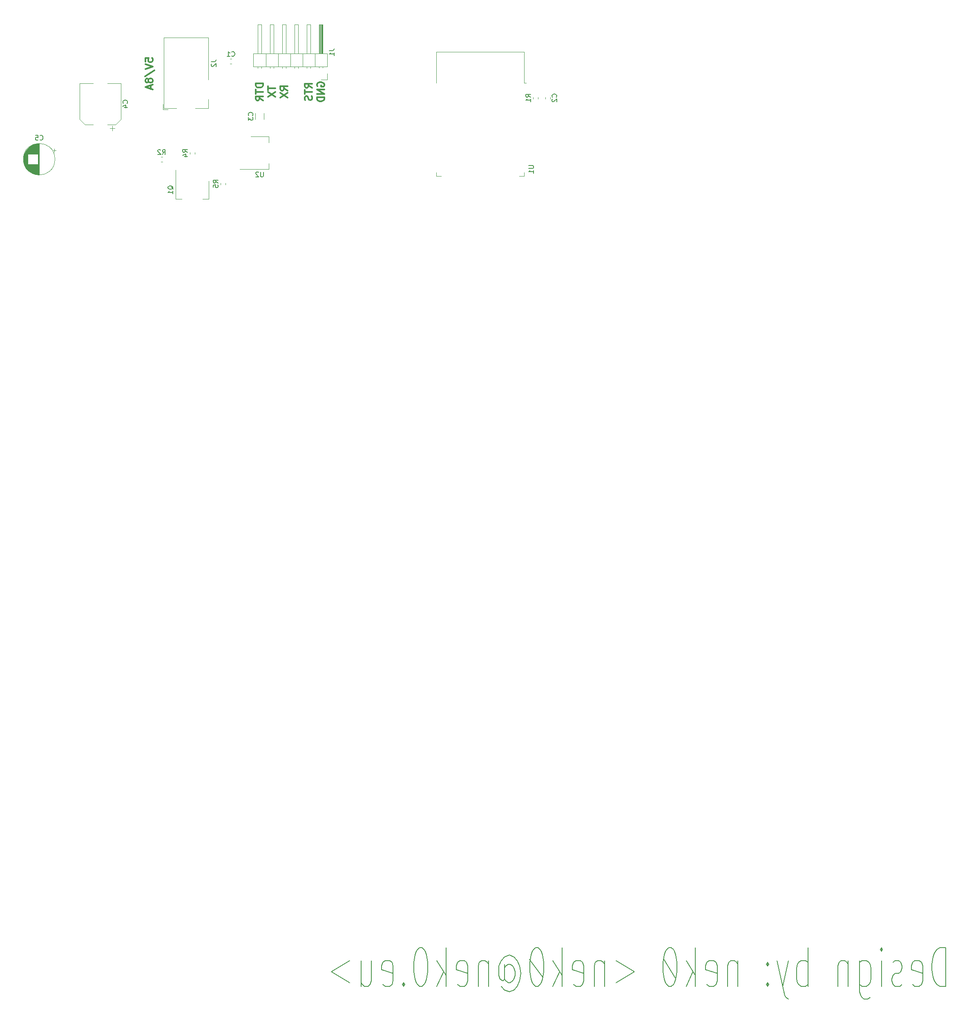
<source format=gbr>
G04 #@! TF.GenerationSoftware,KiCad,Pcbnew,5.1.6-1*
G04 #@! TF.CreationDate,2020-06-10T06:00:46+02:00*
G04 #@! TF.ProjectId,pentasquare,70656e74-6173-4717-9561-72652e6b6963,rev?*
G04 #@! TF.SameCoordinates,Original*
G04 #@! TF.FileFunction,Legend,Bot*
G04 #@! TF.FilePolarity,Positive*
%FSLAX46Y46*%
G04 Gerber Fmt 4.6, Leading zero omitted, Abs format (unit mm)*
G04 Created by KiCad (PCBNEW 5.1.6-1) date 2020-06-10 06:00:46*
%MOMM*%
%LPD*%
G01*
G04 APERTURE LIST*
%ADD10C,0.150000*%
%ADD11C,0.300000*%
%ADD12C,0.120000*%
G04 APERTURE END LIST*
D10*
X127280000Y-206370000D02*
X124530000Y-202670000D01*
X154830000Y-206640000D02*
X152290000Y-202510000D01*
X210780476Y-208229047D02*
X210780476Y-200229047D01*
X209590000Y-200229047D01*
X208875714Y-200610000D01*
X208399523Y-201371904D01*
X208161428Y-202133809D01*
X207923333Y-203657619D01*
X207923333Y-204800476D01*
X208161428Y-206324285D01*
X208399523Y-207086190D01*
X208875714Y-207848095D01*
X209590000Y-208229047D01*
X210780476Y-208229047D01*
X203875714Y-207848095D02*
X204351904Y-208229047D01*
X205304285Y-208229047D01*
X205780476Y-207848095D01*
X206018571Y-207086190D01*
X206018571Y-204038571D01*
X205780476Y-203276666D01*
X205304285Y-202895714D01*
X204351904Y-202895714D01*
X203875714Y-203276666D01*
X203637619Y-204038571D01*
X203637619Y-204800476D01*
X206018571Y-205562380D01*
X201732857Y-207848095D02*
X201256666Y-208229047D01*
X200304285Y-208229047D01*
X199828095Y-207848095D01*
X199590000Y-207086190D01*
X199590000Y-206705238D01*
X199828095Y-205943333D01*
X200304285Y-205562380D01*
X201018571Y-205562380D01*
X201494761Y-205181428D01*
X201732857Y-204419523D01*
X201732857Y-204038571D01*
X201494761Y-203276666D01*
X201018571Y-202895714D01*
X200304285Y-202895714D01*
X199828095Y-203276666D01*
X197447142Y-208229047D02*
X197447142Y-202895714D01*
X197447142Y-200229047D02*
X197685238Y-200610000D01*
X197447142Y-200990952D01*
X197209047Y-200610000D01*
X197447142Y-200229047D01*
X197447142Y-200990952D01*
X192923333Y-202895714D02*
X192923333Y-209371904D01*
X193161428Y-210133809D01*
X193399523Y-210514761D01*
X193875714Y-210895714D01*
X194590000Y-210895714D01*
X195066190Y-210514761D01*
X192923333Y-207848095D02*
X193399523Y-208229047D01*
X194351904Y-208229047D01*
X194828095Y-207848095D01*
X195066190Y-207467142D01*
X195304285Y-206705238D01*
X195304285Y-204419523D01*
X195066190Y-203657619D01*
X194828095Y-203276666D01*
X194351904Y-202895714D01*
X193399523Y-202895714D01*
X192923333Y-203276666D01*
X190542380Y-202895714D02*
X190542380Y-208229047D01*
X190542380Y-203657619D02*
X190304285Y-203276666D01*
X189828095Y-202895714D01*
X189113809Y-202895714D01*
X188637619Y-203276666D01*
X188399523Y-204038571D01*
X188399523Y-208229047D01*
X182209047Y-208229047D02*
X182209047Y-200229047D01*
X182209047Y-203276666D02*
X181732857Y-202895714D01*
X180780476Y-202895714D01*
X180304285Y-203276666D01*
X180066190Y-203657619D01*
X179828095Y-204419523D01*
X179828095Y-206705238D01*
X180066190Y-207467142D01*
X180304285Y-207848095D01*
X180780476Y-208229047D01*
X181732857Y-208229047D01*
X182209047Y-207848095D01*
X178161428Y-202895714D02*
X176970952Y-208229047D01*
X175780476Y-202895714D02*
X176970952Y-208229047D01*
X177447142Y-210133809D01*
X177685238Y-210514761D01*
X178161428Y-210895714D01*
X173875714Y-207467142D02*
X173637619Y-207848095D01*
X173875714Y-208229047D01*
X174113809Y-207848095D01*
X173875714Y-207467142D01*
X173875714Y-208229047D01*
X173875714Y-203276666D02*
X173637619Y-203657619D01*
X173875714Y-204038571D01*
X174113809Y-203657619D01*
X173875714Y-203276666D01*
X173875714Y-204038571D01*
X167685238Y-202895714D02*
X167685238Y-208229047D01*
X167685238Y-203657619D02*
X167447142Y-203276666D01*
X166970952Y-202895714D01*
X166256666Y-202895714D01*
X165780476Y-203276666D01*
X165542380Y-204038571D01*
X165542380Y-208229047D01*
X161256666Y-207848095D02*
X161732857Y-208229047D01*
X162685238Y-208229047D01*
X163161428Y-207848095D01*
X163399523Y-207086190D01*
X163399523Y-204038571D01*
X163161428Y-203276666D01*
X162685238Y-202895714D01*
X161732857Y-202895714D01*
X161256666Y-203276666D01*
X161018571Y-204038571D01*
X161018571Y-204800476D01*
X163399523Y-205562380D01*
X158875714Y-208229047D02*
X158875714Y-200229047D01*
X158399523Y-205181428D02*
X156970952Y-208229047D01*
X156970952Y-202895714D02*
X158875714Y-205943333D01*
X153875714Y-200229047D02*
X153399523Y-200229047D01*
X152923333Y-200610000D01*
X152685238Y-200990952D01*
X152447142Y-201752857D01*
X152209047Y-203276666D01*
X152209047Y-205181428D01*
X152447142Y-206705238D01*
X152685238Y-207467142D01*
X152923333Y-207848095D01*
X153399523Y-208229047D01*
X153875714Y-208229047D01*
X154351904Y-207848095D01*
X154590000Y-207467142D01*
X154828095Y-206705238D01*
X155066190Y-205181428D01*
X155066190Y-203276666D01*
X154828095Y-201752857D01*
X154590000Y-200990952D01*
X154351904Y-200610000D01*
X153875714Y-200229047D01*
X142447142Y-202895714D02*
X146256666Y-205181428D01*
X142447142Y-207467142D01*
X140066190Y-202895714D02*
X140066190Y-208229047D01*
X140066190Y-203657619D02*
X139828095Y-203276666D01*
X139351904Y-202895714D01*
X138637619Y-202895714D01*
X138161428Y-203276666D01*
X137923333Y-204038571D01*
X137923333Y-208229047D01*
X133637619Y-207848095D02*
X134113809Y-208229047D01*
X135066190Y-208229047D01*
X135542380Y-207848095D01*
X135780476Y-207086190D01*
X135780476Y-204038571D01*
X135542380Y-203276666D01*
X135066190Y-202895714D01*
X134113809Y-202895714D01*
X133637619Y-203276666D01*
X133399523Y-204038571D01*
X133399523Y-204800476D01*
X135780476Y-205562380D01*
X131256666Y-208229047D02*
X131256666Y-200229047D01*
X130780476Y-205181428D02*
X129351904Y-208229047D01*
X129351904Y-202895714D02*
X131256666Y-205943333D01*
X126256666Y-200229047D02*
X125780476Y-200229047D01*
X125304285Y-200610000D01*
X125066190Y-200990952D01*
X124828095Y-201752857D01*
X124590000Y-203276666D01*
X124590000Y-205181428D01*
X124828095Y-206705238D01*
X125066190Y-207467142D01*
X125304285Y-207848095D01*
X125780476Y-208229047D01*
X126256666Y-208229047D01*
X126732857Y-207848095D01*
X126970952Y-207467142D01*
X127209047Y-206705238D01*
X127447142Y-205181428D01*
X127447142Y-203276666D01*
X127209047Y-201752857D01*
X126970952Y-200990952D01*
X126732857Y-200610000D01*
X126256666Y-200229047D01*
X119351904Y-204419523D02*
X119590000Y-204038571D01*
X120066190Y-203657619D01*
X120542380Y-203657619D01*
X121018571Y-204038571D01*
X121256666Y-204419523D01*
X121494761Y-205181428D01*
X121494761Y-205943333D01*
X121256666Y-206705238D01*
X121018571Y-207086190D01*
X120542380Y-207467142D01*
X120066190Y-207467142D01*
X119590000Y-207086190D01*
X119351904Y-206705238D01*
X119351904Y-203657619D02*
X119351904Y-206705238D01*
X119113809Y-207086190D01*
X118875714Y-207086190D01*
X118399523Y-206705238D01*
X118161428Y-205943333D01*
X118161428Y-204038571D01*
X118637619Y-202895714D01*
X119351904Y-202133809D01*
X120304285Y-201752857D01*
X121256666Y-202133809D01*
X121970952Y-202895714D01*
X122447142Y-204038571D01*
X122685238Y-205562380D01*
X122447142Y-207086190D01*
X121970952Y-208229047D01*
X121256666Y-208990952D01*
X120304285Y-209371904D01*
X119351904Y-208990952D01*
X118637619Y-208229047D01*
X116018571Y-202895714D02*
X116018571Y-208229047D01*
X116018571Y-203657619D02*
X115780476Y-203276666D01*
X115304285Y-202895714D01*
X114590000Y-202895714D01*
X114113809Y-203276666D01*
X113875714Y-204038571D01*
X113875714Y-208229047D01*
X109590000Y-207848095D02*
X110066190Y-208229047D01*
X111018571Y-208229047D01*
X111494761Y-207848095D01*
X111732857Y-207086190D01*
X111732857Y-204038571D01*
X111494761Y-203276666D01*
X111018571Y-202895714D01*
X110066190Y-202895714D01*
X109590000Y-203276666D01*
X109351904Y-204038571D01*
X109351904Y-204800476D01*
X111732857Y-205562380D01*
X107209047Y-208229047D02*
X107209047Y-200229047D01*
X106732857Y-205181428D02*
X105304285Y-208229047D01*
X105304285Y-202895714D02*
X107209047Y-205943333D01*
X102209047Y-200229047D02*
X101732857Y-200229047D01*
X101256666Y-200610000D01*
X101018571Y-200990952D01*
X100780476Y-201752857D01*
X100542380Y-203276666D01*
X100542380Y-205181428D01*
X100780476Y-206705238D01*
X101018571Y-207467142D01*
X101256666Y-207848095D01*
X101732857Y-208229047D01*
X102209047Y-208229047D01*
X102685238Y-207848095D01*
X102923333Y-207467142D01*
X103161428Y-206705238D01*
X103399523Y-205181428D01*
X103399523Y-203276666D01*
X103161428Y-201752857D01*
X102923333Y-200990952D01*
X102685238Y-200610000D01*
X102209047Y-200229047D01*
X98399523Y-207467142D02*
X98161428Y-207848095D01*
X98399523Y-208229047D01*
X98637619Y-207848095D01*
X98399523Y-207467142D01*
X98399523Y-208229047D01*
X94113809Y-207848095D02*
X94590000Y-208229047D01*
X95542380Y-208229047D01*
X96018571Y-207848095D01*
X96256666Y-207086190D01*
X96256666Y-204038571D01*
X96018571Y-203276666D01*
X95542380Y-202895714D01*
X94590000Y-202895714D01*
X94113809Y-203276666D01*
X93875714Y-204038571D01*
X93875714Y-204800476D01*
X96256666Y-205562380D01*
X89590000Y-202895714D02*
X89590000Y-208229047D01*
X91732857Y-202895714D02*
X91732857Y-207086190D01*
X91494761Y-207848095D01*
X91018571Y-208229047D01*
X90304285Y-208229047D01*
X89828095Y-207848095D01*
X89590000Y-207467142D01*
X87209047Y-202895714D02*
X83399523Y-205181428D01*
X87209047Y-207467142D01*
D11*
X44898571Y-16621428D02*
X44898571Y-15907142D01*
X45612857Y-15835714D01*
X45541428Y-15907142D01*
X45470000Y-16050000D01*
X45470000Y-16407142D01*
X45541428Y-16550000D01*
X45612857Y-16621428D01*
X45755714Y-16692857D01*
X46112857Y-16692857D01*
X46255714Y-16621428D01*
X46327142Y-16550000D01*
X46398571Y-16407142D01*
X46398571Y-16050000D01*
X46327142Y-15907142D01*
X46255714Y-15835714D01*
X44898571Y-17121428D02*
X46398571Y-17621428D01*
X44898571Y-18121428D01*
X44827142Y-19692857D02*
X46755714Y-18407142D01*
X45541428Y-20407142D02*
X45470000Y-20264285D01*
X45398571Y-20192857D01*
X45255714Y-20121428D01*
X45184285Y-20121428D01*
X45041428Y-20192857D01*
X44970000Y-20264285D01*
X44898571Y-20407142D01*
X44898571Y-20692857D01*
X44970000Y-20835714D01*
X45041428Y-20907142D01*
X45184285Y-20978571D01*
X45255714Y-20978571D01*
X45398571Y-20907142D01*
X45470000Y-20835714D01*
X45541428Y-20692857D01*
X45541428Y-20407142D01*
X45612857Y-20264285D01*
X45684285Y-20192857D01*
X45827142Y-20121428D01*
X46112857Y-20121428D01*
X46255714Y-20192857D01*
X46327142Y-20264285D01*
X46398571Y-20407142D01*
X46398571Y-20692857D01*
X46327142Y-20835714D01*
X46255714Y-20907142D01*
X46112857Y-20978571D01*
X45827142Y-20978571D01*
X45684285Y-20907142D01*
X45612857Y-20835714D01*
X45541428Y-20692857D01*
X45970000Y-21550000D02*
X45970000Y-22264285D01*
X46398571Y-21407142D02*
X44898571Y-21907142D01*
X46398571Y-22407142D01*
X80530000Y-21717142D02*
X80458571Y-21574285D01*
X80458571Y-21360000D01*
X80530000Y-21145714D01*
X80672857Y-21002857D01*
X80815714Y-20931428D01*
X81101428Y-20860000D01*
X81315714Y-20860000D01*
X81601428Y-20931428D01*
X81744285Y-21002857D01*
X81887142Y-21145714D01*
X81958571Y-21360000D01*
X81958571Y-21502857D01*
X81887142Y-21717142D01*
X81815714Y-21788571D01*
X81315714Y-21788571D01*
X81315714Y-21502857D01*
X81958571Y-22431428D02*
X80458571Y-22431428D01*
X81958571Y-23288571D01*
X80458571Y-23288571D01*
X81958571Y-24002857D02*
X80458571Y-24002857D01*
X80458571Y-24360000D01*
X80530000Y-24574285D01*
X80672857Y-24717142D01*
X80815714Y-24788571D01*
X81101428Y-24860000D01*
X81315714Y-24860000D01*
X81601428Y-24788571D01*
X81744285Y-24717142D01*
X81887142Y-24574285D01*
X81958571Y-24360000D01*
X81958571Y-24002857D01*
X79418571Y-22038571D02*
X78704285Y-21538571D01*
X79418571Y-21181428D02*
X77918571Y-21181428D01*
X77918571Y-21752857D01*
X77990000Y-21895714D01*
X78061428Y-21967142D01*
X78204285Y-22038571D01*
X78418571Y-22038571D01*
X78561428Y-21967142D01*
X78632857Y-21895714D01*
X78704285Y-21752857D01*
X78704285Y-21181428D01*
X77918571Y-22467142D02*
X77918571Y-23324285D01*
X79418571Y-22895714D02*
X77918571Y-22895714D01*
X79347142Y-23752857D02*
X79418571Y-23967142D01*
X79418571Y-24324285D01*
X79347142Y-24467142D01*
X79275714Y-24538571D01*
X79132857Y-24610000D01*
X78990000Y-24610000D01*
X78847142Y-24538571D01*
X78775714Y-24467142D01*
X78704285Y-24324285D01*
X78632857Y-24038571D01*
X78561428Y-23895714D01*
X78490000Y-23824285D01*
X78347142Y-23752857D01*
X78204285Y-23752857D01*
X78061428Y-23824285D01*
X77990000Y-23895714D01*
X77918571Y-24038571D01*
X77918571Y-24395714D01*
X77990000Y-24610000D01*
X74338571Y-22610000D02*
X73624285Y-22110000D01*
X74338571Y-21752857D02*
X72838571Y-21752857D01*
X72838571Y-22324285D01*
X72910000Y-22467142D01*
X72981428Y-22538571D01*
X73124285Y-22610000D01*
X73338571Y-22610000D01*
X73481428Y-22538571D01*
X73552857Y-22467142D01*
X73624285Y-22324285D01*
X73624285Y-21752857D01*
X72838571Y-23110000D02*
X74338571Y-24110000D01*
X72838571Y-24110000D02*
X74338571Y-23110000D01*
X70298571Y-21717142D02*
X70298571Y-22574285D01*
X71798571Y-22145714D02*
X70298571Y-22145714D01*
X70298571Y-22931428D02*
X71798571Y-23931428D01*
X70298571Y-23931428D02*
X71798571Y-22931428D01*
X69258571Y-21145714D02*
X67758571Y-21145714D01*
X67758571Y-21502857D01*
X67830000Y-21717142D01*
X67972857Y-21860000D01*
X68115714Y-21931428D01*
X68401428Y-22002857D01*
X68615714Y-22002857D01*
X68901428Y-21931428D01*
X69044285Y-21860000D01*
X69187142Y-21717142D01*
X69258571Y-21502857D01*
X69258571Y-21145714D01*
X67758571Y-22431428D02*
X67758571Y-23288571D01*
X69258571Y-22860000D02*
X67758571Y-22860000D01*
X69258571Y-24645714D02*
X68544285Y-24145714D01*
X69258571Y-23788571D02*
X67758571Y-23788571D01*
X67758571Y-24360000D01*
X67830000Y-24502857D01*
X67901428Y-24574285D01*
X68044285Y-24645714D01*
X68258571Y-24645714D01*
X68401428Y-24574285D01*
X68472857Y-24502857D01*
X68544285Y-24360000D01*
X68544285Y-23788571D01*
D12*
X64480000Y-38940000D02*
X70490000Y-38940000D01*
X66730000Y-32120000D02*
X70490000Y-32120000D01*
X70490000Y-38940000D02*
X70490000Y-37680000D01*
X70490000Y-32120000D02*
X70490000Y-33380000D01*
X61470000Y-41738733D02*
X61470000Y-42081267D01*
X60450000Y-41738733D02*
X60450000Y-42081267D01*
X54100000Y-35388733D02*
X54100000Y-35731267D01*
X55120000Y-35388733D02*
X55120000Y-35731267D01*
X58020000Y-45090000D02*
X56760000Y-45090000D01*
X51200000Y-45090000D02*
X52460000Y-45090000D01*
X58020000Y-41330000D02*
X58020000Y-45090000D01*
X51200000Y-39080000D02*
X51200000Y-45090000D01*
X48431267Y-36320000D02*
X48088733Y-36320000D01*
X48431267Y-37340000D02*
X48088733Y-37340000D01*
X49590000Y-26500000D02*
X48540000Y-26500000D01*
X48540000Y-25450000D02*
X48540000Y-26500000D01*
X57940000Y-20400000D02*
X57940000Y-11600000D01*
X57940000Y-11600000D02*
X48740000Y-11600000D01*
X55240000Y-26300000D02*
X57940000Y-26300000D01*
X57940000Y-26300000D02*
X57940000Y-24400000D01*
X48740000Y-11600000D02*
X48740000Y-26300000D01*
X48740000Y-26300000D02*
X51340000Y-26300000D01*
X31300000Y-21140000D02*
X34050000Y-21140000D01*
X39820000Y-21140000D02*
X37070000Y-21140000D01*
X39820000Y-28595563D02*
X39820000Y-21140000D01*
X31300000Y-28595563D02*
X31300000Y-21140000D01*
X32364437Y-29660000D02*
X34050000Y-29660000D01*
X38755563Y-29660000D02*
X37070000Y-29660000D01*
X38755563Y-29660000D02*
X39820000Y-28595563D01*
X32364437Y-29660000D02*
X31300000Y-28595563D01*
X38070000Y-30900000D02*
X38070000Y-29900000D01*
X38570000Y-30400000D02*
X37570000Y-30400000D01*
X127760000Y-24301267D02*
X127760000Y-23958733D01*
X128780000Y-24301267D02*
X128780000Y-23958733D01*
X62796267Y-16000000D02*
X62453733Y-16000000D01*
X62796267Y-17020000D02*
X62453733Y-17020000D01*
X67670000Y-27337936D02*
X67670000Y-28542064D01*
X69490000Y-27337936D02*
X69490000Y-28542064D01*
X26150000Y-36830000D02*
G75*
G03*
X26150000Y-36830000I-3270000J0D01*
G01*
X22880000Y-33600000D02*
X22880000Y-40060000D01*
X22840000Y-33600000D02*
X22840000Y-40060000D01*
X22800000Y-33600000D02*
X22800000Y-40060000D01*
X22760000Y-33602000D02*
X22760000Y-40058000D01*
X22720000Y-33603000D02*
X22720000Y-40057000D01*
X22680000Y-33606000D02*
X22680000Y-40054000D01*
X22640000Y-33608000D02*
X22640000Y-35790000D01*
X22640000Y-37870000D02*
X22640000Y-40052000D01*
X22600000Y-33612000D02*
X22600000Y-35790000D01*
X22600000Y-37870000D02*
X22600000Y-40048000D01*
X22560000Y-33615000D02*
X22560000Y-35790000D01*
X22560000Y-37870000D02*
X22560000Y-40045000D01*
X22520000Y-33619000D02*
X22520000Y-35790000D01*
X22520000Y-37870000D02*
X22520000Y-40041000D01*
X22480000Y-33624000D02*
X22480000Y-35790000D01*
X22480000Y-37870000D02*
X22480000Y-40036000D01*
X22440000Y-33629000D02*
X22440000Y-35790000D01*
X22440000Y-37870000D02*
X22440000Y-40031000D01*
X22400000Y-33635000D02*
X22400000Y-35790000D01*
X22400000Y-37870000D02*
X22400000Y-40025000D01*
X22360000Y-33641000D02*
X22360000Y-35790000D01*
X22360000Y-37870000D02*
X22360000Y-40019000D01*
X22320000Y-33648000D02*
X22320000Y-35790000D01*
X22320000Y-37870000D02*
X22320000Y-40012000D01*
X22280000Y-33655000D02*
X22280000Y-35790000D01*
X22280000Y-37870000D02*
X22280000Y-40005000D01*
X22240000Y-33663000D02*
X22240000Y-35790000D01*
X22240000Y-37870000D02*
X22240000Y-39997000D01*
X22200000Y-33671000D02*
X22200000Y-35790000D01*
X22200000Y-37870000D02*
X22200000Y-39989000D01*
X22159000Y-33680000D02*
X22159000Y-35790000D01*
X22159000Y-37870000D02*
X22159000Y-39980000D01*
X22119000Y-33689000D02*
X22119000Y-35790000D01*
X22119000Y-37870000D02*
X22119000Y-39971000D01*
X22079000Y-33699000D02*
X22079000Y-35790000D01*
X22079000Y-37870000D02*
X22079000Y-39961000D01*
X22039000Y-33709000D02*
X22039000Y-35790000D01*
X22039000Y-37870000D02*
X22039000Y-39951000D01*
X21999000Y-33720000D02*
X21999000Y-35790000D01*
X21999000Y-37870000D02*
X21999000Y-39940000D01*
X21959000Y-33732000D02*
X21959000Y-35790000D01*
X21959000Y-37870000D02*
X21959000Y-39928000D01*
X21919000Y-33744000D02*
X21919000Y-35790000D01*
X21919000Y-37870000D02*
X21919000Y-39916000D01*
X21879000Y-33756000D02*
X21879000Y-35790000D01*
X21879000Y-37870000D02*
X21879000Y-39904000D01*
X21839000Y-33769000D02*
X21839000Y-35790000D01*
X21839000Y-37870000D02*
X21839000Y-39891000D01*
X21799000Y-33783000D02*
X21799000Y-35790000D01*
X21799000Y-37870000D02*
X21799000Y-39877000D01*
X21759000Y-33797000D02*
X21759000Y-35790000D01*
X21759000Y-37870000D02*
X21759000Y-39863000D01*
X21719000Y-33812000D02*
X21719000Y-35790000D01*
X21719000Y-37870000D02*
X21719000Y-39848000D01*
X21679000Y-33828000D02*
X21679000Y-35790000D01*
X21679000Y-37870000D02*
X21679000Y-39832000D01*
X21639000Y-33844000D02*
X21639000Y-35790000D01*
X21639000Y-37870000D02*
X21639000Y-39816000D01*
X21599000Y-33860000D02*
X21599000Y-35790000D01*
X21599000Y-37870000D02*
X21599000Y-39800000D01*
X21559000Y-33878000D02*
X21559000Y-35790000D01*
X21559000Y-37870000D02*
X21559000Y-39782000D01*
X21519000Y-33896000D02*
X21519000Y-35790000D01*
X21519000Y-37870000D02*
X21519000Y-39764000D01*
X21479000Y-33914000D02*
X21479000Y-35790000D01*
X21479000Y-37870000D02*
X21479000Y-39746000D01*
X21439000Y-33934000D02*
X21439000Y-35790000D01*
X21439000Y-37870000D02*
X21439000Y-39726000D01*
X21399000Y-33954000D02*
X21399000Y-35790000D01*
X21399000Y-37870000D02*
X21399000Y-39706000D01*
X21359000Y-33974000D02*
X21359000Y-35790000D01*
X21359000Y-37870000D02*
X21359000Y-39686000D01*
X21319000Y-33996000D02*
X21319000Y-35790000D01*
X21319000Y-37870000D02*
X21319000Y-39664000D01*
X21279000Y-34018000D02*
X21279000Y-35790000D01*
X21279000Y-37870000D02*
X21279000Y-39642000D01*
X21239000Y-34040000D02*
X21239000Y-35790000D01*
X21239000Y-37870000D02*
X21239000Y-39620000D01*
X21199000Y-34064000D02*
X21199000Y-35790000D01*
X21199000Y-37870000D02*
X21199000Y-39596000D01*
X21159000Y-34088000D02*
X21159000Y-35790000D01*
X21159000Y-37870000D02*
X21159000Y-39572000D01*
X21119000Y-34114000D02*
X21119000Y-35790000D01*
X21119000Y-37870000D02*
X21119000Y-39546000D01*
X21079000Y-34140000D02*
X21079000Y-35790000D01*
X21079000Y-37870000D02*
X21079000Y-39520000D01*
X21039000Y-34166000D02*
X21039000Y-35790000D01*
X21039000Y-37870000D02*
X21039000Y-39494000D01*
X20999000Y-34194000D02*
X20999000Y-35790000D01*
X20999000Y-37870000D02*
X20999000Y-39466000D01*
X20959000Y-34223000D02*
X20959000Y-35790000D01*
X20959000Y-37870000D02*
X20959000Y-39437000D01*
X20919000Y-34252000D02*
X20919000Y-35790000D01*
X20919000Y-37870000D02*
X20919000Y-39408000D01*
X20879000Y-34282000D02*
X20879000Y-35790000D01*
X20879000Y-37870000D02*
X20879000Y-39378000D01*
X20839000Y-34314000D02*
X20839000Y-35790000D01*
X20839000Y-37870000D02*
X20839000Y-39346000D01*
X20799000Y-34346000D02*
X20799000Y-35790000D01*
X20799000Y-37870000D02*
X20799000Y-39314000D01*
X20759000Y-34380000D02*
X20759000Y-35790000D01*
X20759000Y-37870000D02*
X20759000Y-39280000D01*
X20719000Y-34414000D02*
X20719000Y-35790000D01*
X20719000Y-37870000D02*
X20719000Y-39246000D01*
X20679000Y-34450000D02*
X20679000Y-35790000D01*
X20679000Y-37870000D02*
X20679000Y-39210000D01*
X20639000Y-34487000D02*
X20639000Y-35790000D01*
X20639000Y-37870000D02*
X20639000Y-39173000D01*
X20599000Y-34525000D02*
X20599000Y-35790000D01*
X20599000Y-37870000D02*
X20599000Y-39135000D01*
X20559000Y-34565000D02*
X20559000Y-39095000D01*
X20519000Y-34606000D02*
X20519000Y-39054000D01*
X20479000Y-34648000D02*
X20479000Y-39012000D01*
X20439000Y-34693000D02*
X20439000Y-38967000D01*
X20399000Y-34738000D02*
X20399000Y-38922000D01*
X20359000Y-34786000D02*
X20359000Y-38874000D01*
X20319000Y-34835000D02*
X20319000Y-38825000D01*
X20279000Y-34886000D02*
X20279000Y-38774000D01*
X20239000Y-34940000D02*
X20239000Y-38720000D01*
X20199000Y-34996000D02*
X20199000Y-38664000D01*
X20159000Y-35054000D02*
X20159000Y-38606000D01*
X20119000Y-35116000D02*
X20119000Y-38544000D01*
X20079000Y-35180000D02*
X20079000Y-38480000D01*
X20039000Y-35249000D02*
X20039000Y-38411000D01*
X19999000Y-35321000D02*
X19999000Y-38339000D01*
X19959000Y-35398000D02*
X19959000Y-38262000D01*
X19919000Y-35480000D02*
X19919000Y-38180000D01*
X19879000Y-35568000D02*
X19879000Y-38092000D01*
X19839000Y-35665000D02*
X19839000Y-37995000D01*
X19799000Y-35771000D02*
X19799000Y-37889000D01*
X19759000Y-35890000D02*
X19759000Y-37770000D01*
X19719000Y-36028000D02*
X19719000Y-37632000D01*
X19679000Y-36197000D02*
X19679000Y-37463000D01*
X19639000Y-36428000D02*
X19639000Y-37232000D01*
X26380241Y-34991000D02*
X25750241Y-34991000D01*
X26065241Y-34676000D02*
X26065241Y-35306000D01*
X82610000Y-17610000D02*
X67250000Y-17610000D01*
X67250000Y-17610000D02*
X67250000Y-14950000D01*
X67250000Y-14950000D02*
X82610000Y-14950000D01*
X82610000Y-14950000D02*
X82610000Y-17610000D01*
X81660000Y-14950000D02*
X81660000Y-8950000D01*
X81660000Y-8950000D02*
X80900000Y-8950000D01*
X80900000Y-8950000D02*
X80900000Y-14950000D01*
X81600000Y-14950000D02*
X81600000Y-8950000D01*
X81480000Y-14950000D02*
X81480000Y-8950000D01*
X81360000Y-14950000D02*
X81360000Y-8950000D01*
X81240000Y-14950000D02*
X81240000Y-8950000D01*
X81120000Y-14950000D02*
X81120000Y-8950000D01*
X81000000Y-14950000D02*
X81000000Y-8950000D01*
X81660000Y-17940000D02*
X81660000Y-17610000D01*
X80900000Y-17940000D02*
X80900000Y-17610000D01*
X80010000Y-17610000D02*
X80010000Y-14950000D01*
X79120000Y-14950000D02*
X79120000Y-8950000D01*
X79120000Y-8950000D02*
X78360000Y-8950000D01*
X78360000Y-8950000D02*
X78360000Y-14950000D01*
X79120000Y-18007071D02*
X79120000Y-17610000D01*
X78360000Y-18007071D02*
X78360000Y-17610000D01*
X77470000Y-17610000D02*
X77470000Y-14950000D01*
X76580000Y-14950000D02*
X76580000Y-8950000D01*
X76580000Y-8950000D02*
X75820000Y-8950000D01*
X75820000Y-8950000D02*
X75820000Y-14950000D01*
X76580000Y-18007071D02*
X76580000Y-17610000D01*
X75820000Y-18007071D02*
X75820000Y-17610000D01*
X74930000Y-17610000D02*
X74930000Y-14950000D01*
X74040000Y-14950000D02*
X74040000Y-8950000D01*
X74040000Y-8950000D02*
X73280000Y-8950000D01*
X73280000Y-8950000D02*
X73280000Y-14950000D01*
X74040000Y-18007071D02*
X74040000Y-17610000D01*
X73280000Y-18007071D02*
X73280000Y-17610000D01*
X72390000Y-17610000D02*
X72390000Y-14950000D01*
X71500000Y-14950000D02*
X71500000Y-8950000D01*
X71500000Y-8950000D02*
X70740000Y-8950000D01*
X70740000Y-8950000D02*
X70740000Y-14950000D01*
X71500000Y-18007071D02*
X71500000Y-17610000D01*
X70740000Y-18007071D02*
X70740000Y-17610000D01*
X69850000Y-17610000D02*
X69850000Y-14950000D01*
X68960000Y-14950000D02*
X68960000Y-8950000D01*
X68960000Y-8950000D02*
X68200000Y-8950000D01*
X68200000Y-8950000D02*
X68200000Y-14950000D01*
X68960000Y-18007071D02*
X68960000Y-17610000D01*
X68200000Y-18007071D02*
X68200000Y-17610000D01*
X81280000Y-20320000D02*
X82550000Y-20320000D01*
X82550000Y-20320000D02*
X82550000Y-19050000D01*
X123420000Y-39580000D02*
X123420000Y-40360000D01*
X123420000Y-40360000D02*
X122420000Y-40360000D01*
X105180000Y-39580000D02*
X105180000Y-40360000D01*
X105180000Y-40360000D02*
X106180000Y-40360000D01*
X123420000Y-14615000D02*
X105180000Y-14615000D01*
X105180000Y-14615000D02*
X105180000Y-21035000D01*
X123420000Y-14615000D02*
X123420000Y-21035000D01*
X123420000Y-21035000D02*
X123800000Y-21035000D01*
X125220000Y-23958733D02*
X125220000Y-24301267D01*
X126240000Y-23958733D02*
X126240000Y-24301267D01*
D10*
X69341904Y-39482380D02*
X69341904Y-40291904D01*
X69294285Y-40387142D01*
X69246666Y-40434761D01*
X69151428Y-40482380D01*
X68960952Y-40482380D01*
X68865714Y-40434761D01*
X68818095Y-40387142D01*
X68770476Y-40291904D01*
X68770476Y-39482380D01*
X68341904Y-39577619D02*
X68294285Y-39530000D01*
X68199047Y-39482380D01*
X67960952Y-39482380D01*
X67865714Y-39530000D01*
X67818095Y-39577619D01*
X67770476Y-39672857D01*
X67770476Y-39768095D01*
X67818095Y-39910952D01*
X68389523Y-40482380D01*
X67770476Y-40482380D01*
X59982380Y-41743333D02*
X59506190Y-41410000D01*
X59982380Y-41171904D02*
X58982380Y-41171904D01*
X58982380Y-41552857D01*
X59030000Y-41648095D01*
X59077619Y-41695714D01*
X59172857Y-41743333D01*
X59315714Y-41743333D01*
X59410952Y-41695714D01*
X59458571Y-41648095D01*
X59506190Y-41552857D01*
X59506190Y-41171904D01*
X58982380Y-42648095D02*
X58982380Y-42171904D01*
X59458571Y-42124285D01*
X59410952Y-42171904D01*
X59363333Y-42267142D01*
X59363333Y-42505238D01*
X59410952Y-42600476D01*
X59458571Y-42648095D01*
X59553809Y-42695714D01*
X59791904Y-42695714D01*
X59887142Y-42648095D01*
X59934761Y-42600476D01*
X59982380Y-42505238D01*
X59982380Y-42267142D01*
X59934761Y-42171904D01*
X59887142Y-42124285D01*
X53632380Y-35393333D02*
X53156190Y-35060000D01*
X53632380Y-34821904D02*
X52632380Y-34821904D01*
X52632380Y-35202857D01*
X52680000Y-35298095D01*
X52727619Y-35345714D01*
X52822857Y-35393333D01*
X52965714Y-35393333D01*
X53060952Y-35345714D01*
X53108571Y-35298095D01*
X53156190Y-35202857D01*
X53156190Y-34821904D01*
X52965714Y-36250476D02*
X53632380Y-36250476D01*
X52584761Y-36012380D02*
X53299047Y-35774285D01*
X53299047Y-36393333D01*
X50657619Y-43084761D02*
X50610000Y-42989523D01*
X50514761Y-42894285D01*
X50371904Y-42751428D01*
X50324285Y-42656190D01*
X50324285Y-42560952D01*
X50562380Y-42608571D02*
X50514761Y-42513333D01*
X50419523Y-42418095D01*
X50229047Y-42370476D01*
X49895714Y-42370476D01*
X49705238Y-42418095D01*
X49610000Y-42513333D01*
X49562380Y-42608571D01*
X49562380Y-42799047D01*
X49610000Y-42894285D01*
X49705238Y-42989523D01*
X49895714Y-43037142D01*
X50229047Y-43037142D01*
X50419523Y-42989523D01*
X50514761Y-42894285D01*
X50562380Y-42799047D01*
X50562380Y-42608571D01*
X50562380Y-43989523D02*
X50562380Y-43418095D01*
X50562380Y-43703809D02*
X49562380Y-43703809D01*
X49705238Y-43608571D01*
X49800476Y-43513333D01*
X49848095Y-43418095D01*
X48426666Y-35852380D02*
X48760000Y-35376190D01*
X48998095Y-35852380D02*
X48998095Y-34852380D01*
X48617142Y-34852380D01*
X48521904Y-34900000D01*
X48474285Y-34947619D01*
X48426666Y-35042857D01*
X48426666Y-35185714D01*
X48474285Y-35280952D01*
X48521904Y-35328571D01*
X48617142Y-35376190D01*
X48998095Y-35376190D01*
X48045714Y-34947619D02*
X47998095Y-34900000D01*
X47902857Y-34852380D01*
X47664761Y-34852380D01*
X47569523Y-34900000D01*
X47521904Y-34947619D01*
X47474285Y-35042857D01*
X47474285Y-35138095D01*
X47521904Y-35280952D01*
X48093333Y-35852380D01*
X47474285Y-35852380D01*
X58542380Y-16616666D02*
X59256666Y-16616666D01*
X59399523Y-16569047D01*
X59494761Y-16473809D01*
X59542380Y-16330952D01*
X59542380Y-16235714D01*
X58637619Y-17045238D02*
X58590000Y-17092857D01*
X58542380Y-17188095D01*
X58542380Y-17426190D01*
X58590000Y-17521428D01*
X58637619Y-17569047D01*
X58732857Y-17616666D01*
X58828095Y-17616666D01*
X58970952Y-17569047D01*
X59542380Y-16997619D01*
X59542380Y-17616666D01*
X41117142Y-25233333D02*
X41164761Y-25185714D01*
X41212380Y-25042857D01*
X41212380Y-24947619D01*
X41164761Y-24804761D01*
X41069523Y-24709523D01*
X40974285Y-24661904D01*
X40783809Y-24614285D01*
X40640952Y-24614285D01*
X40450476Y-24661904D01*
X40355238Y-24709523D01*
X40260000Y-24804761D01*
X40212380Y-24947619D01*
X40212380Y-25042857D01*
X40260000Y-25185714D01*
X40307619Y-25233333D01*
X40545714Y-26090476D02*
X41212380Y-26090476D01*
X40164761Y-25852380D02*
X40879047Y-25614285D01*
X40879047Y-26233333D01*
X130057142Y-23963333D02*
X130104761Y-23915714D01*
X130152380Y-23772857D01*
X130152380Y-23677619D01*
X130104761Y-23534761D01*
X130009523Y-23439523D01*
X129914285Y-23391904D01*
X129723809Y-23344285D01*
X129580952Y-23344285D01*
X129390476Y-23391904D01*
X129295238Y-23439523D01*
X129200000Y-23534761D01*
X129152380Y-23677619D01*
X129152380Y-23772857D01*
X129200000Y-23915714D01*
X129247619Y-23963333D01*
X129247619Y-24344285D02*
X129200000Y-24391904D01*
X129152380Y-24487142D01*
X129152380Y-24725238D01*
X129200000Y-24820476D01*
X129247619Y-24868095D01*
X129342857Y-24915714D01*
X129438095Y-24915714D01*
X129580952Y-24868095D01*
X130152380Y-24296666D01*
X130152380Y-24915714D01*
X62791666Y-15437142D02*
X62839285Y-15484761D01*
X62982142Y-15532380D01*
X63077380Y-15532380D01*
X63220238Y-15484761D01*
X63315476Y-15389523D01*
X63363095Y-15294285D01*
X63410714Y-15103809D01*
X63410714Y-14960952D01*
X63363095Y-14770476D01*
X63315476Y-14675238D01*
X63220238Y-14580000D01*
X63077380Y-14532380D01*
X62982142Y-14532380D01*
X62839285Y-14580000D01*
X62791666Y-14627619D01*
X61839285Y-15532380D02*
X62410714Y-15532380D01*
X62125000Y-15532380D02*
X62125000Y-14532380D01*
X62220238Y-14675238D01*
X62315476Y-14770476D01*
X62410714Y-14818095D01*
X67117142Y-27773333D02*
X67164761Y-27725714D01*
X67212380Y-27582857D01*
X67212380Y-27487619D01*
X67164761Y-27344761D01*
X67069523Y-27249523D01*
X66974285Y-27201904D01*
X66783809Y-27154285D01*
X66640952Y-27154285D01*
X66450476Y-27201904D01*
X66355238Y-27249523D01*
X66260000Y-27344761D01*
X66212380Y-27487619D01*
X66212380Y-27582857D01*
X66260000Y-27725714D01*
X66307619Y-27773333D01*
X66212380Y-28106666D02*
X66212380Y-28725714D01*
X66593333Y-28392380D01*
X66593333Y-28535238D01*
X66640952Y-28630476D01*
X66688571Y-28678095D01*
X66783809Y-28725714D01*
X67021904Y-28725714D01*
X67117142Y-28678095D01*
X67164761Y-28630476D01*
X67212380Y-28535238D01*
X67212380Y-28249523D01*
X67164761Y-28154285D01*
X67117142Y-28106666D01*
X23046666Y-32787142D02*
X23094285Y-32834761D01*
X23237142Y-32882380D01*
X23332380Y-32882380D01*
X23475238Y-32834761D01*
X23570476Y-32739523D01*
X23618095Y-32644285D01*
X23665714Y-32453809D01*
X23665714Y-32310952D01*
X23618095Y-32120476D01*
X23570476Y-32025238D01*
X23475238Y-31930000D01*
X23332380Y-31882380D01*
X23237142Y-31882380D01*
X23094285Y-31930000D01*
X23046666Y-31977619D01*
X22141904Y-31882380D02*
X22618095Y-31882380D01*
X22665714Y-32358571D01*
X22618095Y-32310952D01*
X22522857Y-32263333D01*
X22284761Y-32263333D01*
X22189523Y-32310952D01*
X22141904Y-32358571D01*
X22094285Y-32453809D01*
X22094285Y-32691904D01*
X22141904Y-32787142D01*
X22189523Y-32834761D01*
X22284761Y-32882380D01*
X22522857Y-32882380D01*
X22618095Y-32834761D01*
X22665714Y-32787142D01*
X83002380Y-14331666D02*
X83716666Y-14331666D01*
X83859523Y-14284047D01*
X83954761Y-14188809D01*
X84002380Y-14045952D01*
X84002380Y-13950714D01*
X84002380Y-15331666D02*
X84002380Y-14760238D01*
X84002380Y-15045952D02*
X83002380Y-15045952D01*
X83145238Y-14950714D01*
X83240476Y-14855476D01*
X83288095Y-14760238D01*
X124362380Y-38148095D02*
X125171904Y-38148095D01*
X125267142Y-38195714D01*
X125314761Y-38243333D01*
X125362380Y-38338571D01*
X125362380Y-38529047D01*
X125314761Y-38624285D01*
X125267142Y-38671904D01*
X125171904Y-38719523D01*
X124362380Y-38719523D01*
X125362380Y-39719523D02*
X125362380Y-39148095D01*
X125362380Y-39433809D02*
X124362380Y-39433809D01*
X124505238Y-39338571D01*
X124600476Y-39243333D01*
X124648095Y-39148095D01*
X124752380Y-23963333D02*
X124276190Y-23630000D01*
X124752380Y-23391904D02*
X123752380Y-23391904D01*
X123752380Y-23772857D01*
X123800000Y-23868095D01*
X123847619Y-23915714D01*
X123942857Y-23963333D01*
X124085714Y-23963333D01*
X124180952Y-23915714D01*
X124228571Y-23868095D01*
X124276190Y-23772857D01*
X124276190Y-23391904D01*
X124752380Y-24915714D02*
X124752380Y-24344285D01*
X124752380Y-24630000D02*
X123752380Y-24630000D01*
X123895238Y-24534761D01*
X123990476Y-24439523D01*
X124038095Y-24344285D01*
M02*

</source>
